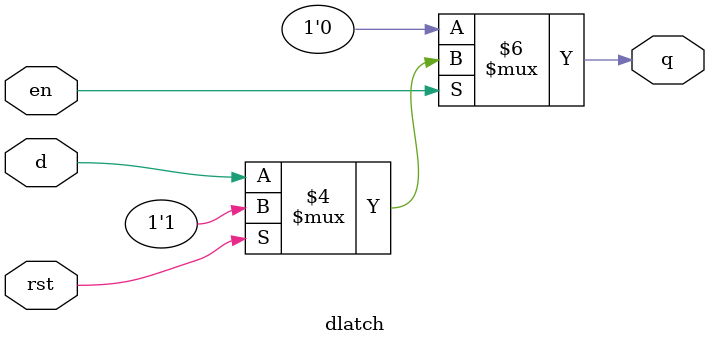
<source format=v>
module dlatch(en,d,rst,q);
input en,d,rst;
output reg q;
always@(en,d)
begin
	if(en)
	begin
		if(rst)
			q<=1'b1;
		else
			q<=d;
	end
	else
		q<=1'b0;
end
endmodule

</source>
